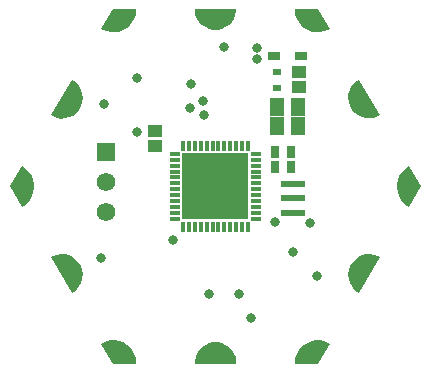
<source format=gbs>
G04*
G04 #@! TF.GenerationSoftware,Altium Limited,Altium Designer,25.8.1 (18)*
G04*
G04 Layer_Color=16711935*
%FSLAX44Y44*%
%MOMM*%
G71*
G04*
G04 #@! TF.SameCoordinates,72622D7D-59BA-477E-922F-BDBC8D2A5B01*
G04*
G04*
G04 #@! TF.FilePolarity,Negative*
G04*
G01*
G75*
%ADD27R,0.7400X0.9900*%
G04:AMPARAMS|DCode=29|XSize=1.2032mm|YSize=1.2032mm|CornerRadius=0.6016mm|HoleSize=0mm|Usage=FLASHONLY|Rotation=120.000|XOffset=0mm|YOffset=0mm|HoleType=Round|Shape=RoundedRectangle|*
%AMROUNDEDRECTD29*
21,1,1.2032,0.0000,0,0,120.0*
21,1,0.0000,1.2032,0,0,120.0*
1,1,1.2032,0.0000,0.0000*
1,1,1.2032,0.0000,0.0000*
1,1,1.2032,0.0000,0.0000*
1,1,1.2032,0.0000,0.0000*
%
%ADD29ROUNDEDRECTD29*%
G04:AMPARAMS|DCode=30|XSize=1.2032mm|YSize=1.2032mm|CornerRadius=0.6016mm|HoleSize=0mm|Usage=FLASHONLY|Rotation=0.000|XOffset=0mm|YOffset=0mm|HoleType=Round|Shape=RoundedRectangle|*
%AMROUNDEDRECTD30*
21,1,1.2032,0.0000,0,0,0.0*
21,1,0.0000,1.2032,0,0,0.0*
1,1,1.2032,0.0000,0.0000*
1,1,1.2032,0.0000,0.0000*
1,1,1.2032,0.0000,0.0000*
1,1,1.2032,0.0000,0.0000*
%
%ADD30ROUNDEDRECTD30*%
G04:AMPARAMS|DCode=31|XSize=1.2032mm|YSize=1.2032mm|CornerRadius=0.6016mm|HoleSize=0mm|Usage=FLASHONLY|Rotation=60.000|XOffset=0mm|YOffset=0mm|HoleType=Round|Shape=RoundedRectangle|*
%AMROUNDEDRECTD31*
21,1,1.2032,0.0000,0,0,60.0*
21,1,0.0000,1.2032,0,0,60.0*
1,1,1.2032,0.0000,0.0000*
1,1,1.2032,0.0000,0.0000*
1,1,1.2032,0.0000,0.0000*
1,1,1.2032,0.0000,0.0000*
%
%ADD31ROUNDEDRECTD31*%
%ADD35C,1.5700*%
%ADD36R,1.5700X1.5700*%
%ADD37C,0.8128*%
%ADD39R,0.8500X0.3000*%
%ADD40R,0.3000X0.8500*%
%ADD41R,5.7000X5.7000*%
%ADD44R,0.8000X0.6000*%
%ADD47R,1.1532X1.0032*%
%ADD48R,1.2954X1.6002*%
%ADD49R,2.1032X0.6033*%
%ADD50R,1.1032X0.7032*%
G36*
X17494Y148804D02*
X16899Y145349D01*
X15629Y142080D01*
X13735Y139129D01*
X11293Y136612D01*
X8399Y134631D01*
X5170Y133264D01*
X1734Y132565D01*
X-1773Y132563D01*
X-5210Y133257D01*
X-8441Y134620D01*
X-11337Y136597D01*
X-13783Y139110D01*
X-15680Y142059D01*
X-16954Y145326D01*
X-17554Y148781D01*
X-17505Y150534D01*
X17443Y150557D01*
X17494Y148804D01*
D02*
G37*
G36*
X-67041Y150492D02*
X-66999Y148743D01*
X-67536Y145286D01*
X-68680Y141980D01*
X-70394Y138930D01*
X-72623Y136233D01*
X-75296Y133976D01*
X-78328Y132230D01*
X-81622Y131052D01*
X-85073Y130478D01*
X-88571Y130526D01*
X-92005Y131197D01*
X-95265Y132467D01*
X-96756Y133382D01*
X-96756Y133382D01*
X-86865Y150513D01*
X-67041Y150492D01*
D02*
G37*
G36*
X96781Y133322D02*
X95288Y132410D01*
X92025Y131147D01*
X88590Y130485D01*
X85092Y130444D01*
X81642Y131026D01*
X78351Y132212D01*
X75323Y133965D01*
X72655Y136229D01*
X70432Y138930D01*
X68726Y141984D01*
X67589Y145293D01*
X67059Y148751D01*
X67106Y150500D01*
X86888D01*
X96781Y133322D01*
D02*
G37*
G36*
X139080Y60123D02*
X137587Y59202D01*
X134297Y57990D01*
X130831Y57456D01*
X127328Y57620D01*
X123928Y58477D01*
X120765Y59992D01*
X117967Y62105D01*
X115644Y64731D01*
X113888Y67767D01*
X112771Y71091D01*
X112336Y74570D01*
X112600Y78067D01*
X113554Y81442D01*
X115159Y84559D01*
X117351Y87296D01*
X120043Y89544D01*
X121586Y90378D01*
X139080Y60123D01*
D02*
G37*
G36*
X-120093Y89503D02*
X-117398Y87259D01*
X-115203Y84525D01*
X-113594Y81410D01*
X-112635Y78036D01*
X-112366Y74540D01*
X-112797Y71060D01*
X-113910Y67734D01*
X-115661Y64696D01*
X-117981Y62067D01*
X-120777Y59950D01*
X-123937Y58431D01*
X-127337Y57570D01*
X-130839Y57401D01*
X-134305Y57931D01*
X-137598Y59138D01*
X-139091Y60057D01*
X-139091D01*
X-121637Y90335D01*
X-120093Y89503D01*
D02*
G37*
G36*
X-162284Y16333D02*
X-159559Y14139D01*
X-157268Y11495D01*
X-155483Y8486D01*
X-154263Y5207D01*
X-153644Y1763D01*
X-153648Y-1735D01*
X-154275Y-5177D01*
X-155503Y-8453D01*
X-157294Y-11458D01*
X-159592Y-14097D01*
X-162322Y-16285D01*
X-163860Y-17118D01*
Y-17118D01*
X-173750Y13D01*
X-163820Y17170D01*
X-162284Y16333D01*
D02*
G37*
G36*
X163860Y17118D02*
X173750Y-13D01*
X163820Y-17170D01*
X162284Y-16333D01*
X159559Y-14139D01*
X157268Y-11495D01*
X155483Y-8486D01*
X154263Y-5207D01*
X153644Y-1763D01*
X153648Y1735D01*
X154275Y5177D01*
X155503Y8453D01*
X157294Y11458D01*
X159592Y14097D01*
X162322Y16285D01*
X163860Y17118D01*
X163860Y17118D01*
D02*
G37*
G36*
X134305Y-58031D02*
X137597Y-59239D01*
X139091Y-60158D01*
Y-60158D01*
Y-60158D01*
D01*
X121637Y-90435D01*
X120093Y-89603D01*
X117398Y-87360D01*
X115202Y-84626D01*
X113593Y-81510D01*
X112635Y-78137D01*
X112366Y-74640D01*
X112796Y-71160D01*
X113910Y-67835D01*
X115661Y-64797D01*
X117981Y-62167D01*
X120777Y-60051D01*
X123937Y-58531D01*
X127336Y-57670D01*
X130839Y-57501D01*
X134305Y-58031D01*
D02*
G37*
G36*
X-127329Y-57620D02*
X-123928Y-58477D01*
X-120766Y-59992D01*
X-117967Y-62105D01*
X-115644Y-64731D01*
X-113888Y-67767D01*
X-112771Y-71091D01*
X-112336Y-74571D01*
X-112600Y-78067D01*
X-113554Y-81442D01*
X-115159Y-84560D01*
X-117351Y-87297D01*
X-120043Y-89544D01*
X-121586Y-90378D01*
X-121586Y-90378D01*
X-139080Y-60123D01*
X-137587Y-59202D01*
X-134297Y-57990D01*
X-130831Y-57456D01*
X-127329Y-57620D01*
D02*
G37*
G36*
X5210Y-132777D02*
X8441Y-134140D01*
X11337Y-136117D01*
X13782Y-138631D01*
X15680Y-141579D01*
X16954Y-144846D01*
X17554Y-148301D01*
X17505Y-150054D01*
X17505D01*
X17505Y-150054D01*
Y-150054D01*
X-17443Y-150077D01*
X-17494Y-148324D01*
X-16899Y-144869D01*
X-15629Y-141600D01*
X-13735Y-138649D01*
X-11293Y-136132D01*
X-8399Y-134151D01*
X-5170Y-132784D01*
X-1734Y-132085D01*
X1773Y-132083D01*
X5210Y-132777D01*
D02*
G37*
G36*
X-81642Y-131026D02*
X-78351Y-132213D01*
X-75323Y-133965D01*
X-72655Y-136229D01*
X-70432Y-138930D01*
X-68726Y-141984D01*
X-67589Y-145293D01*
X-67059Y-148751D01*
X-67106Y-150500D01*
Y-150500D01*
X-86888D01*
X-96781Y-133322D01*
X-95288Y-132410D01*
X-92025Y-131147D01*
X-88590Y-130485D01*
X-85092Y-130444D01*
X-81642Y-131026D01*
D02*
G37*
G36*
X88571Y-130526D02*
X92005Y-131197D01*
X95265Y-132467D01*
X96756Y-133382D01*
X86865Y-150513D01*
X67041Y-150492D01*
X66999Y-148743D01*
X67536Y-145286D01*
X68680Y-141980D01*
X70394Y-138930D01*
X72623Y-136233D01*
X75296Y-133976D01*
X78328Y-132230D01*
X81622Y-131052D01*
X85073Y-130478D01*
X88571Y-130526D01*
D02*
G37*
D27*
X50056Y16661D02*
D03*
Y29361D02*
D03*
X64056Y16661D02*
D03*
Y29361D02*
D03*
D29*
X123901Y-71601D02*
D03*
X-123901Y71501D02*
D03*
X165199Y0D02*
D03*
X-165199D02*
D03*
D30*
X123901Y71501D02*
D03*
X-123901Y-71501D02*
D03*
X82601Y143101D02*
D03*
X-82601Y-143101D02*
D03*
D31*
X0Y143101D02*
D03*
Y-142621D02*
D03*
X82601Y-143101D02*
D03*
X-82601Y143101D02*
D03*
D35*
X-93003Y-21698D02*
D03*
Y3702D02*
D03*
D36*
Y29102D02*
D03*
D37*
X-66040Y45720D02*
D03*
X-9504Y60556D02*
D03*
X-21188Y66040D02*
D03*
X-10160Y72644D02*
D03*
X50800Y-30480D02*
D03*
X-94794Y70104D02*
D03*
X80264Y-31110D02*
D03*
X7565Y117602D02*
D03*
X-20320Y86360D02*
D03*
X-96520Y-60960D02*
D03*
X30480Y-111760D02*
D03*
X86360Y-76200D02*
D03*
X-35560Y-45720D02*
D03*
X35560Y116840D02*
D03*
X-66040Y91440D02*
D03*
X35560Y108056D02*
D03*
X66040Y-55880D02*
D03*
X20320Y-91440D02*
D03*
X-5080D02*
D03*
D39*
X-34500Y-22500D02*
D03*
Y-27500D02*
D03*
Y-12500D02*
D03*
Y-17500D02*
D03*
Y7500D02*
D03*
Y-2500D02*
D03*
Y2500D02*
D03*
Y22500D02*
D03*
Y27500D02*
D03*
Y12500D02*
D03*
Y17500D02*
D03*
Y-7500D02*
D03*
X34500Y-17500D02*
D03*
Y-12500D02*
D03*
Y-27500D02*
D03*
Y-22500D02*
D03*
Y-7500D02*
D03*
Y-2500D02*
D03*
Y12500D02*
D03*
Y17500D02*
D03*
Y2500D02*
D03*
Y7500D02*
D03*
Y27500D02*
D03*
Y22500D02*
D03*
D40*
X-27500Y-34500D02*
D03*
X-7500D02*
D03*
X-12500D02*
D03*
X-17500D02*
D03*
X-22500D02*
D03*
X-7500Y34500D02*
D03*
X-12500D02*
D03*
X-27500D02*
D03*
X-17500D02*
D03*
X-22500D02*
D03*
X17500Y-34500D02*
D03*
X27500D02*
D03*
X22500D02*
D03*
X2500D02*
D03*
X12500D02*
D03*
X7500D02*
D03*
X17500Y34500D02*
D03*
X27500D02*
D03*
X22500D02*
D03*
X2500D02*
D03*
X-2500D02*
D03*
X12500D02*
D03*
X7500D02*
D03*
X-2500Y-34500D02*
D03*
D41*
X0Y0D02*
D03*
D44*
X52070Y83170D02*
D03*
Y97170D02*
D03*
D47*
X-50800Y34390D02*
D03*
X71120Y83920D02*
D03*
Y96420D02*
D03*
X-50800Y46890D02*
D03*
D48*
X51689Y67310D02*
D03*
Y50800D02*
D03*
X70231D02*
D03*
Y67310D02*
D03*
D49*
X66040Y-22159D02*
D03*
Y1839D02*
D03*
Y-10160D02*
D03*
D50*
X49460Y110490D02*
D03*
X72460D02*
D03*
M02*

</source>
